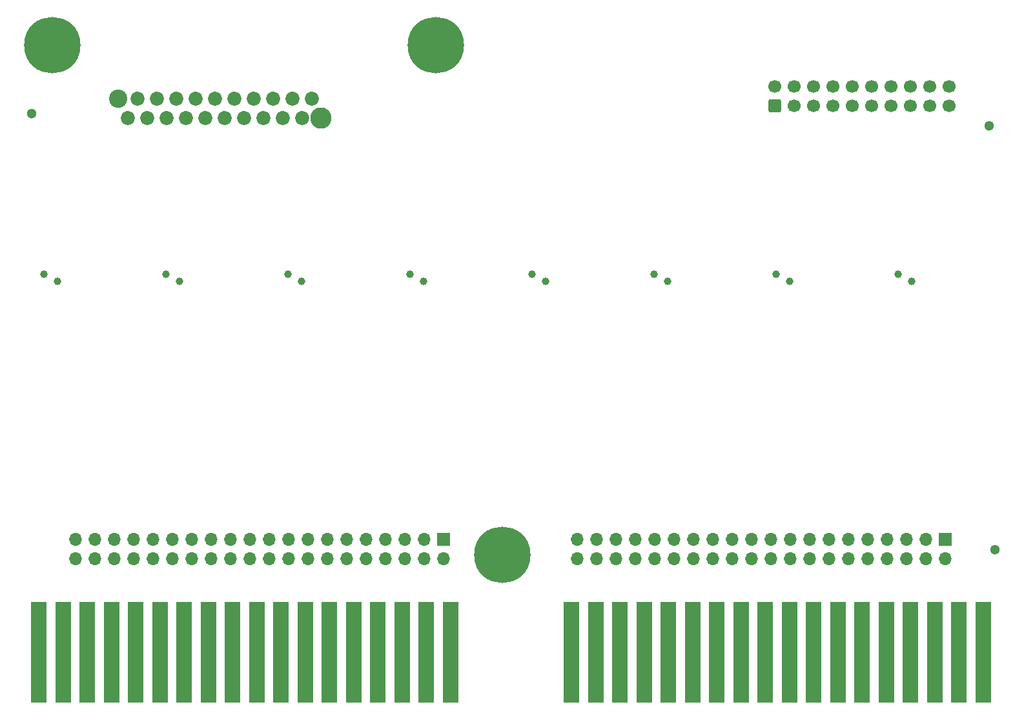
<source format=gbs>
G04 #@! TF.GenerationSoftware,KiCad,Pcbnew,8.0.4-rc2*
G04 #@! TF.CreationDate,2024-08-04T20:31:53-05:00*
G04 #@! TF.ProjectId,backplane_tracer_v5,6261636b-706c-4616-9e65-5f7472616365,rev?*
G04 #@! TF.SameCoordinates,Original*
G04 #@! TF.FileFunction,Soldermask,Bot*
G04 #@! TF.FilePolarity,Negative*
%FSLAX46Y46*%
G04 Gerber Fmt 4.6, Leading zero omitted, Abs format (unit mm)*
G04 Created by KiCad (PCBNEW 8.0.4-rc2) date 2024-08-04 20:31:53*
%MOMM*%
%LPD*%
G01*
G04 APERTURE LIST*
G04 Aperture macros list*
%AMRoundRect*
0 Rectangle with rounded corners*
0 $1 Rounding radius*
0 $2 $3 $4 $5 $6 $7 $8 $9 X,Y pos of 4 corners*
0 Add a 4 corners polygon primitive as box body*
4,1,4,$2,$3,$4,$5,$6,$7,$8,$9,$2,$3,0*
0 Add four circle primitives for the rounded corners*
1,1,$1+$1,$2,$3*
1,1,$1+$1,$4,$5*
1,1,$1+$1,$6,$7*
1,1,$1+$1,$8,$9*
0 Add four rect primitives between the rounded corners*
20,1,$1+$1,$2,$3,$4,$5,0*
20,1,$1+$1,$4,$5,$6,$7,0*
20,1,$1+$1,$6,$7,$8,$9,0*
20,1,$1+$1,$8,$9,$2,$3,0*%
G04 Aperture macros list end*
%ADD10C,0.800000*%
%ADD11C,7.400000*%
%ADD12C,1.300000*%
%ADD13R,1.700000X1.700000*%
%ADD14O,1.700000X1.700000*%
%ADD15R,2.032000X13.208000*%
%ADD16C,2.400000*%
%ADD17C,2.800000*%
%ADD18C,1.850000*%
%ADD19RoundRect,0.250000X0.600000X-0.600000X0.600000X0.600000X-0.600000X0.600000X-0.600000X-0.600000X0*%
%ADD20C,1.700000*%
%ADD21C,1.000000*%
G04 APERTURE END LIST*
D10*
X150082200Y-141249400D03*
X150894979Y-139287179D03*
X150894979Y-143211621D03*
X152857200Y-138474400D03*
D11*
X152857200Y-141249400D03*
D10*
X152857200Y-144024400D03*
X154819421Y-139287179D03*
X154819421Y-143211621D03*
X155632200Y-141249400D03*
D12*
X226110800Y-207492600D03*
D13*
X153797000Y-206146400D03*
D14*
X153797000Y-208686400D03*
X151257000Y-206146400D03*
X151257000Y-208686400D03*
X148717000Y-206146400D03*
X148717000Y-208686400D03*
X146177000Y-206146400D03*
X146177000Y-208686400D03*
X143637000Y-206146400D03*
X143637000Y-208686400D03*
X141097000Y-206146400D03*
X141097000Y-208686400D03*
X138557000Y-206146400D03*
X138557000Y-208686400D03*
X136017000Y-206146400D03*
X136017000Y-208686400D03*
X133477000Y-206146400D03*
X133477000Y-208686400D03*
X130937000Y-206146400D03*
X130937000Y-208686400D03*
X128397000Y-206146400D03*
X128397000Y-208686400D03*
X125857000Y-206146400D03*
X125857000Y-208686400D03*
X123317000Y-206146400D03*
X123317000Y-208686400D03*
X120777000Y-206146400D03*
X120777000Y-208686400D03*
X118237000Y-206146400D03*
X118237000Y-208686400D03*
X115697000Y-206146400D03*
X115697000Y-208686400D03*
X113157000Y-206146400D03*
X113157000Y-208686400D03*
X110617000Y-206146400D03*
X110617000Y-208686400D03*
X108077000Y-206146400D03*
X108077000Y-208686400D03*
X105537000Y-206146400D03*
X105537000Y-208686400D03*
D15*
X224586800Y-220980000D03*
X221411800Y-220980000D03*
X218236800Y-220980000D03*
X215061800Y-220980000D03*
X211886800Y-220980000D03*
X208711800Y-220980000D03*
X205536800Y-220980000D03*
X202361800Y-220980000D03*
X199186800Y-220980000D03*
X196011800Y-220980000D03*
X192836800Y-220980000D03*
X189661800Y-220980000D03*
X186486800Y-220980000D03*
X183311800Y-220980000D03*
X180136800Y-220980000D03*
X176961800Y-220980000D03*
X173786800Y-220980000D03*
X170611800Y-220980000D03*
X154736800Y-220980000D03*
X151561800Y-220980000D03*
X148386800Y-220980000D03*
X145211800Y-220980000D03*
X142036800Y-220980000D03*
X138861800Y-220980000D03*
X135686800Y-220980000D03*
X132511800Y-220980000D03*
X129336800Y-220980000D03*
X126161800Y-220980000D03*
X122986800Y-220980000D03*
X119811800Y-220980000D03*
X116636800Y-220980000D03*
X113461800Y-220980000D03*
X110286800Y-220980000D03*
X107111800Y-220980000D03*
X103936800Y-220980000D03*
X100761800Y-220980000D03*
D12*
X99847400Y-150266400D03*
D10*
X158743600Y-208153000D03*
X159556379Y-206190779D03*
X159556379Y-210115221D03*
X161518600Y-205378000D03*
D11*
X161518600Y-208153000D03*
D10*
X161518600Y-210928000D03*
X163480821Y-206190779D03*
X163480821Y-210115221D03*
X164293600Y-208153000D03*
X99790200Y-141249400D03*
X100602979Y-139287179D03*
X100602979Y-143211621D03*
X102565200Y-138474400D03*
D11*
X102565200Y-141249400D03*
D10*
X102565200Y-144024400D03*
X104527421Y-139287179D03*
X104527421Y-143211621D03*
X105340200Y-141249400D03*
D13*
X219583000Y-206146400D03*
D14*
X219583000Y-208686400D03*
X217043000Y-206146400D03*
X217043000Y-208686400D03*
X214503000Y-206146400D03*
X214503000Y-208686400D03*
X211963000Y-206146400D03*
X211963000Y-208686400D03*
X209423000Y-206146400D03*
X209423000Y-208686400D03*
X206883000Y-206146400D03*
X206883000Y-208686400D03*
X204343000Y-206146400D03*
X204343000Y-208686400D03*
X201803000Y-206146400D03*
X201803000Y-208686400D03*
X199263000Y-206146400D03*
X199263000Y-208686400D03*
X196723000Y-206146400D03*
X196723000Y-208686400D03*
X194183000Y-206146400D03*
X194183000Y-208686400D03*
X191643000Y-206146400D03*
X191643000Y-208686400D03*
X189103000Y-206146400D03*
X189103000Y-208686400D03*
X186563000Y-206146400D03*
X186563000Y-208686400D03*
X184023000Y-206146400D03*
X184023000Y-208686400D03*
X181483000Y-206146400D03*
X181483000Y-208686400D03*
X178943000Y-206146400D03*
X178943000Y-208686400D03*
X176403000Y-206146400D03*
X176403000Y-208686400D03*
X173863000Y-206146400D03*
X173863000Y-208686400D03*
X171323000Y-206146400D03*
X171323000Y-208686400D03*
D16*
X111165000Y-148336000D03*
D17*
X137755000Y-150876000D03*
D18*
X136525000Y-148336000D03*
X135255000Y-150876000D03*
X133985000Y-148336000D03*
X132715000Y-150876000D03*
X131445000Y-148336000D03*
X130175000Y-150876000D03*
X128905000Y-148336000D03*
X127635000Y-150876000D03*
X126365000Y-148336000D03*
X125095000Y-150876000D03*
X123825000Y-148336000D03*
X122555000Y-150876000D03*
X121285000Y-148336000D03*
X120015000Y-150876000D03*
X118745000Y-148336000D03*
X117475000Y-150876000D03*
X116205000Y-148336000D03*
X114935000Y-150876000D03*
X113665000Y-148336000D03*
X112395000Y-150876000D03*
D19*
X197231000Y-149258300D03*
D20*
X197231000Y-146718300D03*
X199771000Y-149258300D03*
X199771000Y-146718300D03*
X202311000Y-149258300D03*
X202311000Y-146718300D03*
X204851000Y-149258300D03*
X204851000Y-146718300D03*
X207391000Y-149258300D03*
X207391000Y-146718300D03*
X209931000Y-149258300D03*
X209931000Y-146718300D03*
X212471000Y-149258300D03*
X212471000Y-146718300D03*
X215011000Y-149258300D03*
X215011000Y-146718300D03*
X217551000Y-149258300D03*
X217551000Y-146718300D03*
X220091000Y-149258300D03*
X220091000Y-146718300D03*
D12*
X225399600Y-151841200D03*
D21*
X119202200Y-172262800D03*
X133451600Y-171297600D03*
X101447600Y-171297600D03*
X183210200Y-172262800D03*
X167208200Y-172262800D03*
X199212200Y-172262800D03*
X197459600Y-171297600D03*
X215214200Y-172262800D03*
X149453600Y-171297600D03*
X181457600Y-171297600D03*
X135204200Y-172262800D03*
X151206200Y-172262800D03*
X103200200Y-172262800D03*
X165455600Y-171297600D03*
X213461600Y-171297600D03*
X117449600Y-171297600D03*
M02*

</source>
